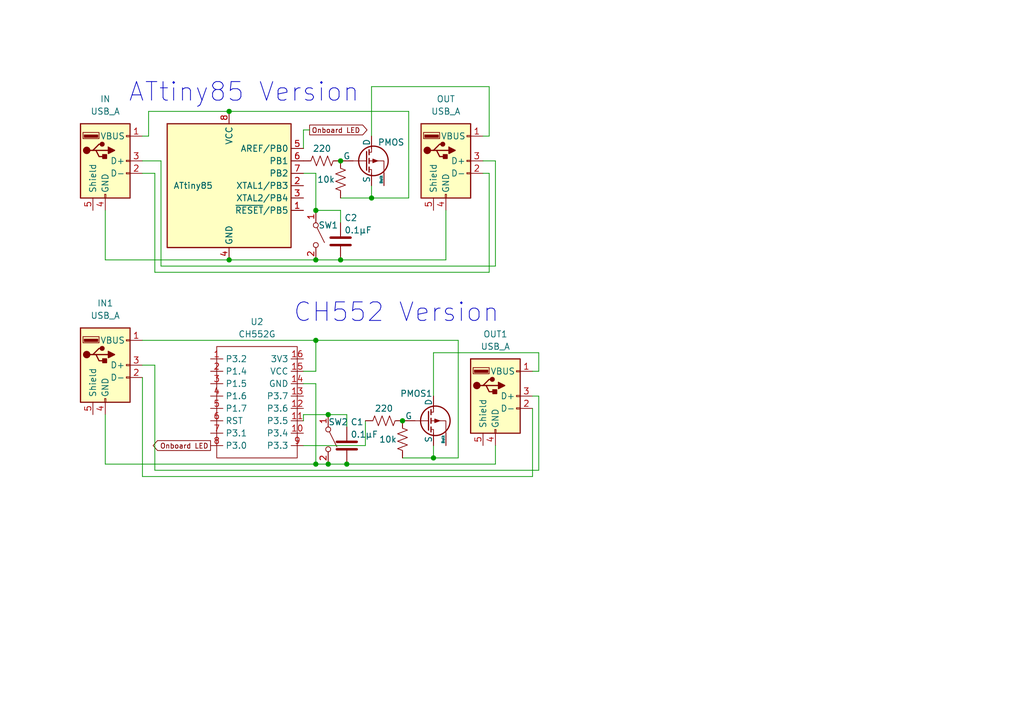
<source format=kicad_sch>
(kicad_sch
	(version 20250114)
	(generator "eeschema")
	(generator_version "9.0")
	(uuid "bd07cf4b-fdb3-4110-8a85-42ed72921929")
	(paper "A5")
	(lib_symbols
		(symbol "CH552G:CH552G"
			(exclude_from_sim no)
			(in_bom yes)
			(on_board yes)
			(property "Reference" "U2"
				(at -0.635 13.97 0)
				(effects
					(font
						(size 1.27 1.27)
					)
				)
			)
			(property "Value" "CH552G"
				(at -0.635 11.43 0)
				(effects
					(font
						(size 1.27 1.27)
					)
				)
			)
			(property "Footprint" ""
				(at -2.54 0 0)
				(effects
					(font
						(size 1.27 1.27)
					)
					(hide yes)
				)
			)
			(property "Datasheet" "https://github.com/WeActStudio/WeActStudio.CH552CoreBoard/blob/master/Datasheet/CH552DS1_en.PDF"
				(at -2.54 12.7 0)
				(effects
					(font
						(size 1.27 1.27)
					)
					(hide yes)
				)
			)
			(property "Description" ""
				(at 0 0 0)
				(effects
					(font
						(size 1.27 1.27)
					)
					(hide yes)
				)
			)
			(symbol "CH552G_0_1"
				(rectangle
					(start -8.89 8.89)
					(end 7.62 -13.97)
					(stroke
						(width 0)
						(type default)
					)
					(fill
						(type none)
					)
				)
			)
			(symbol "CH552G_1_1"
				(pin bidirectional line
					(at -10.16 6.35 0)
					(length 2.54)
					(name "P3.2"
						(effects
							(font
								(size 1.27 1.27)
							)
						)
					)
					(number "1"
						(effects
							(font
								(size 1.27 1.27)
							)
						)
					)
				)
				(pin bidirectional line
					(at -10.16 3.81 0)
					(length 2.54)
					(name "P1.4"
						(effects
							(font
								(size 1.27 1.27)
							)
						)
					)
					(number "2"
						(effects
							(font
								(size 1.27 1.27)
							)
						)
					)
				)
				(pin bidirectional line
					(at -10.16 1.27 0)
					(length 2.54)
					(name "P1.5"
						(effects
							(font
								(size 1.27 1.27)
							)
						)
					)
					(number "3"
						(effects
							(font
								(size 1.27 1.27)
							)
						)
					)
				)
				(pin bidirectional line
					(at -10.16 -1.27 0)
					(length 2.54)
					(name "P1.6"
						(effects
							(font
								(size 1.27 1.27)
							)
						)
					)
					(number "4"
						(effects
							(font
								(size 1.27 1.27)
							)
						)
					)
				)
				(pin bidirectional line
					(at -10.16 -3.81 0)
					(length 2.54)
					(name "P1.7"
						(effects
							(font
								(size 1.27 1.27)
							)
						)
					)
					(number "5"
						(effects
							(font
								(size 1.27 1.27)
							)
						)
					)
				)
				(pin bidirectional line
					(at -10.16 -6.35 0)
					(length 2.54)
					(name "RST"
						(effects
							(font
								(size 1.27 1.27)
							)
						)
					)
					(number "6"
						(effects
							(font
								(size 1.27 1.27)
							)
						)
					)
				)
				(pin bidirectional line
					(at -10.16 -8.89 0)
					(length 2.54)
					(name "P3.1"
						(effects
							(font
								(size 1.27 1.27)
							)
						)
					)
					(number "7"
						(effects
							(font
								(size 1.27 1.27)
							)
						)
					)
				)
				(pin bidirectional line
					(at -10.16 -11.43 0)
					(length 2.54)
					(name "P3.0"
						(effects
							(font
								(size 1.27 1.27)
							)
						)
					)
					(number "8"
						(effects
							(font
								(size 1.27 1.27)
							)
						)
					)
				)
				(pin bidirectional line
					(at 8.89 6.35 180)
					(length 2.54)
					(name "3V3"
						(effects
							(font
								(size 1.27 1.27)
							)
						)
					)
					(number "16"
						(effects
							(font
								(size 1.27 1.27)
							)
						)
					)
				)
				(pin bidirectional line
					(at 8.89 3.81 180)
					(length 2.54)
					(name "VCC"
						(effects
							(font
								(size 1.27 1.27)
							)
						)
					)
					(number "15"
						(effects
							(font
								(size 1.27 1.27)
							)
						)
					)
				)
				(pin bidirectional line
					(at 8.89 1.27 180)
					(length 2.54)
					(name "GND"
						(effects
							(font
								(size 1.27 1.27)
							)
						)
					)
					(number "14"
						(effects
							(font
								(size 1.27 1.27)
							)
						)
					)
				)
				(pin bidirectional line
					(at 8.89 -1.27 180)
					(length 2.54)
					(name "P3.7"
						(effects
							(font
								(size 1.27 1.27)
							)
						)
					)
					(number "13"
						(effects
							(font
								(size 1.27 1.27)
							)
						)
					)
				)
				(pin bidirectional line
					(at 8.89 -3.81 180)
					(length 2.54)
					(name "P3.6"
						(effects
							(font
								(size 1.27 1.27)
							)
						)
					)
					(number "12"
						(effects
							(font
								(size 1.27 1.27)
							)
						)
					)
				)
				(pin bidirectional line
					(at 8.89 -6.35 180)
					(length 2.54)
					(name "P3.5"
						(effects
							(font
								(size 1.27 1.27)
							)
						)
					)
					(number "11"
						(effects
							(font
								(size 1.27 1.27)
							)
						)
					)
				)
				(pin bidirectional line
					(at 8.89 -8.89 180)
					(length 2.54)
					(name "P3.4"
						(effects
							(font
								(size 1.27 1.27)
							)
						)
					)
					(number "10"
						(effects
							(font
								(size 1.27 1.27)
							)
						)
					)
				)
				(pin bidirectional line
					(at 8.89 -11.43 180)
					(length 2.54)
					(name "P3.3"
						(effects
							(font
								(size 1.27 1.27)
							)
						)
					)
					(number "9"
						(effects
							(font
								(size 1.27 1.27)
							)
						)
					)
				)
			)
			(embedded_fonts no)
		)
		(symbol "Connector:USB_A"
			(pin_names
				(offset 1.016)
			)
			(exclude_from_sim no)
			(in_bom yes)
			(on_board yes)
			(property "Reference" "J"
				(at -5.08 11.43 0)
				(effects
					(font
						(size 1.27 1.27)
					)
					(justify left)
				)
			)
			(property "Value" "USB_A"
				(at -5.08 8.89 0)
				(effects
					(font
						(size 1.27 1.27)
					)
					(justify left)
				)
			)
			(property "Footprint" ""
				(at 3.81 -1.27 0)
				(effects
					(font
						(size 1.27 1.27)
					)
					(hide yes)
				)
			)
			(property "Datasheet" "~"
				(at 3.81 -1.27 0)
				(effects
					(font
						(size 1.27 1.27)
					)
					(hide yes)
				)
			)
			(property "Description" "USB Type A connector"
				(at 0 0 0)
				(effects
					(font
						(size 1.27 1.27)
					)
					(hide yes)
				)
			)
			(property "ki_keywords" "connector USB"
				(at 0 0 0)
				(effects
					(font
						(size 1.27 1.27)
					)
					(hide yes)
				)
			)
			(property "ki_fp_filters" "USB*"
				(at 0 0 0)
				(effects
					(font
						(size 1.27 1.27)
					)
					(hide yes)
				)
			)
			(symbol "USB_A_0_1"
				(rectangle
					(start -5.08 -7.62)
					(end 5.08 7.62)
					(stroke
						(width 0.254)
						(type default)
					)
					(fill
						(type background)
					)
				)
				(circle
					(center -3.81 2.159)
					(radius 0.635)
					(stroke
						(width 0.254)
						(type default)
					)
					(fill
						(type outline)
					)
				)
				(polyline
					(pts
						(xy -3.175 2.159) (xy -2.54 2.159) (xy -1.27 3.429) (xy -0.635 3.429)
					)
					(stroke
						(width 0.254)
						(type default)
					)
					(fill
						(type none)
					)
				)
				(polyline
					(pts
						(xy -2.54 2.159) (xy -1.905 2.159) (xy -1.27 0.889) (xy 0 0.889)
					)
					(stroke
						(width 0.254)
						(type default)
					)
					(fill
						(type none)
					)
				)
				(rectangle
					(start -1.524 4.826)
					(end -4.318 5.334)
					(stroke
						(width 0)
						(type default)
					)
					(fill
						(type outline)
					)
				)
				(rectangle
					(start -1.27 4.572)
					(end -4.572 5.842)
					(stroke
						(width 0)
						(type default)
					)
					(fill
						(type none)
					)
				)
				(circle
					(center -0.635 3.429)
					(radius 0.381)
					(stroke
						(width 0.254)
						(type default)
					)
					(fill
						(type outline)
					)
				)
				(rectangle
					(start -0.127 -7.62)
					(end 0.127 -6.858)
					(stroke
						(width 0)
						(type default)
					)
					(fill
						(type none)
					)
				)
				(rectangle
					(start 0.254 1.27)
					(end -0.508 0.508)
					(stroke
						(width 0.254)
						(type default)
					)
					(fill
						(type outline)
					)
				)
				(polyline
					(pts
						(xy 0.635 2.794) (xy 0.635 1.524) (xy 1.905 2.159) (xy 0.635 2.794)
					)
					(stroke
						(width 0.254)
						(type default)
					)
					(fill
						(type outline)
					)
				)
				(rectangle
					(start 5.08 4.953)
					(end 4.318 5.207)
					(stroke
						(width 0)
						(type default)
					)
					(fill
						(type none)
					)
				)
				(rectangle
					(start 5.08 -0.127)
					(end 4.318 0.127)
					(stroke
						(width 0)
						(type default)
					)
					(fill
						(type none)
					)
				)
				(rectangle
					(start 5.08 -2.667)
					(end 4.318 -2.413)
					(stroke
						(width 0)
						(type default)
					)
					(fill
						(type none)
					)
				)
			)
			(symbol "USB_A_1_1"
				(polyline
					(pts
						(xy -1.905 2.159) (xy 0.635 2.159)
					)
					(stroke
						(width 0.254)
						(type default)
					)
					(fill
						(type none)
					)
				)
				(pin passive line
					(at -2.54 -10.16 90)
					(length 2.54)
					(name "Shield"
						(effects
							(font
								(size 1.27 1.27)
							)
						)
					)
					(number "5"
						(effects
							(font
								(size 1.27 1.27)
							)
						)
					)
				)
				(pin power_in line
					(at 0 -10.16 90)
					(length 2.54)
					(name "GND"
						(effects
							(font
								(size 1.27 1.27)
							)
						)
					)
					(number "4"
						(effects
							(font
								(size 1.27 1.27)
							)
						)
					)
				)
				(pin power_in line
					(at 7.62 5.08 180)
					(length 2.54)
					(name "VBUS"
						(effects
							(font
								(size 1.27 1.27)
							)
						)
					)
					(number "1"
						(effects
							(font
								(size 1.27 1.27)
							)
						)
					)
				)
				(pin bidirectional line
					(at 7.62 0 180)
					(length 2.54)
					(name "D+"
						(effects
							(font
								(size 1.27 1.27)
							)
						)
					)
					(number "3"
						(effects
							(font
								(size 1.27 1.27)
							)
						)
					)
				)
				(pin bidirectional line
					(at 7.62 -2.54 180)
					(length 2.54)
					(name "D-"
						(effects
							(font
								(size 1.27 1.27)
							)
						)
					)
					(number "2"
						(effects
							(font
								(size 1.27 1.27)
							)
						)
					)
				)
			)
			(embedded_fonts no)
		)
		(symbol "Device:C"
			(pin_numbers
				(hide yes)
			)
			(pin_names
				(offset 0.254)
			)
			(exclude_from_sim no)
			(in_bom yes)
			(on_board yes)
			(property "Reference" "C"
				(at 0.635 2.54 0)
				(effects
					(font
						(size 1.27 1.27)
					)
					(justify left)
				)
			)
			(property "Value" "C"
				(at 0.635 -2.54 0)
				(effects
					(font
						(size 1.27 1.27)
					)
					(justify left)
				)
			)
			(property "Footprint" ""
				(at 0.9652 -3.81 0)
				(effects
					(font
						(size 1.27 1.27)
					)
					(hide yes)
				)
			)
			(property "Datasheet" "~"
				(at 0 0 0)
				(effects
					(font
						(size 1.27 1.27)
					)
					(hide yes)
				)
			)
			(property "Description" "Unpolarized capacitor"
				(at 0 0 0)
				(effects
					(font
						(size 1.27 1.27)
					)
					(hide yes)
				)
			)
			(property "ki_keywords" "cap capacitor"
				(at 0 0 0)
				(effects
					(font
						(size 1.27 1.27)
					)
					(hide yes)
				)
			)
			(property "ki_fp_filters" "C_*"
				(at 0 0 0)
				(effects
					(font
						(size 1.27 1.27)
					)
					(hide yes)
				)
			)
			(symbol "C_0_1"
				(polyline
					(pts
						(xy -2.032 0.762) (xy 2.032 0.762)
					)
					(stroke
						(width 0.508)
						(type default)
					)
					(fill
						(type none)
					)
				)
				(polyline
					(pts
						(xy -2.032 -0.762) (xy 2.032 -0.762)
					)
					(stroke
						(width 0.508)
						(type default)
					)
					(fill
						(type none)
					)
				)
			)
			(symbol "C_1_1"
				(pin passive line
					(at 0 3.81 270)
					(length 2.794)
					(name "~"
						(effects
							(font
								(size 1.27 1.27)
							)
						)
					)
					(number "1"
						(effects
							(font
								(size 1.27 1.27)
							)
						)
					)
				)
				(pin passive line
					(at 0 -3.81 90)
					(length 2.794)
					(name "~"
						(effects
							(font
								(size 1.27 1.27)
							)
						)
					)
					(number "2"
						(effects
							(font
								(size 1.27 1.27)
							)
						)
					)
				)
			)
			(embedded_fonts no)
		)
		(symbol "Device:R_US"
			(pin_numbers
				(hide yes)
			)
			(pin_names
				(offset 0)
			)
			(exclude_from_sim no)
			(in_bom yes)
			(on_board yes)
			(property "Reference" "R"
				(at 2.54 0 90)
				(effects
					(font
						(size 1.27 1.27)
					)
				)
			)
			(property "Value" "R_US"
				(at -2.54 0 90)
				(effects
					(font
						(size 1.27 1.27)
					)
				)
			)
			(property "Footprint" ""
				(at 1.016 -0.254 90)
				(effects
					(font
						(size 1.27 1.27)
					)
					(hide yes)
				)
			)
			(property "Datasheet" "~"
				(at 0 0 0)
				(effects
					(font
						(size 1.27 1.27)
					)
					(hide yes)
				)
			)
			(property "Description" "Resistor, US symbol"
				(at 0 0 0)
				(effects
					(font
						(size 1.27 1.27)
					)
					(hide yes)
				)
			)
			(property "ki_keywords" "R res resistor"
				(at 0 0 0)
				(effects
					(font
						(size 1.27 1.27)
					)
					(hide yes)
				)
			)
			(property "ki_fp_filters" "R_*"
				(at 0 0 0)
				(effects
					(font
						(size 1.27 1.27)
					)
					(hide yes)
				)
			)
			(symbol "R_US_0_1"
				(polyline
					(pts
						(xy 0 2.286) (xy 0 2.54)
					)
					(stroke
						(width 0)
						(type default)
					)
					(fill
						(type none)
					)
				)
				(polyline
					(pts
						(xy 0 2.286) (xy 1.016 1.905) (xy 0 1.524) (xy -1.016 1.143) (xy 0 0.762)
					)
					(stroke
						(width 0)
						(type default)
					)
					(fill
						(type none)
					)
				)
				(polyline
					(pts
						(xy 0 0.762) (xy 1.016 0.381) (xy 0 0) (xy -1.016 -0.381) (xy 0 -0.762)
					)
					(stroke
						(width 0)
						(type default)
					)
					(fill
						(type none)
					)
				)
				(polyline
					(pts
						(xy 0 -0.762) (xy 1.016 -1.143) (xy 0 -1.524) (xy -1.016 -1.905) (xy 0 -2.286)
					)
					(stroke
						(width 0)
						(type default)
					)
					(fill
						(type none)
					)
				)
				(polyline
					(pts
						(xy 0 -2.286) (xy 0 -2.54)
					)
					(stroke
						(width 0)
						(type default)
					)
					(fill
						(type none)
					)
				)
			)
			(symbol "R_US_1_1"
				(pin passive line
					(at 0 3.81 270)
					(length 1.27)
					(name "~"
						(effects
							(font
								(size 1.27 1.27)
							)
						)
					)
					(number "1"
						(effects
							(font
								(size 1.27 1.27)
							)
						)
					)
				)
				(pin passive line
					(at 0 -3.81 90)
					(length 1.27)
					(name "~"
						(effects
							(font
								(size 1.27 1.27)
							)
						)
					)
					(number "2"
						(effects
							(font
								(size 1.27 1.27)
							)
						)
					)
				)
			)
			(embedded_fonts no)
		)
		(symbol "MCU_Microchip_ATtiny:ATtiny85-20S"
			(exclude_from_sim no)
			(in_bom yes)
			(on_board yes)
			(property "Reference" "U"
				(at -12.7 13.97 0)
				(effects
					(font
						(size 1.27 1.27)
					)
					(justify left bottom)
				)
			)
			(property "Value" "ATtiny85-20S"
				(at 2.54 -13.97 0)
				(effects
					(font
						(size 1.27 1.27)
					)
					(justify left top)
				)
			)
			(property "Footprint" "Package_SO:SOIC-8_5.3x5.3mm_P1.27mm"
				(at 0 0 0)
				(effects
					(font
						(size 1.27 1.27)
						(italic yes)
					)
					(hide yes)
				)
			)
			(property "Datasheet" "http://ww1.microchip.com/downloads/en/DeviceDoc/atmel-2586-avr-8-bit-microcontroller-attiny25-attiny45-attiny85_datasheet.pdf"
				(at 0 0 0)
				(effects
					(font
						(size 1.27 1.27)
					)
					(hide yes)
				)
			)
			(property "Description" "20MHz, 8kB Flash, 512B SRAM, 512B EEPROM, debugWIRE, SOIC-8"
				(at 0 0 0)
				(effects
					(font
						(size 1.27 1.27)
					)
					(hide yes)
				)
			)
			(property "ki_keywords" "AVR 8bit Microcontroller tinyAVR"
				(at 0 0 0)
				(effects
					(font
						(size 1.27 1.27)
					)
					(hide yes)
				)
			)
			(property "ki_fp_filters" "*SOIC*5.3x5.3mm*P1.27mm*"
				(at 0 0 0)
				(effects
					(font
						(size 1.27 1.27)
					)
					(hide yes)
				)
			)
			(symbol "ATtiny85-20S_0_1"
				(rectangle
					(start -12.7 -12.7)
					(end 12.7 12.7)
					(stroke
						(width 0.254)
						(type default)
					)
					(fill
						(type background)
					)
				)
			)
			(symbol "ATtiny85-20S_1_1"
				(pin power_in line
					(at 0 15.24 270)
					(length 2.54)
					(name "VCC"
						(effects
							(font
								(size 1.27 1.27)
							)
						)
					)
					(number "8"
						(effects
							(font
								(size 1.27 1.27)
							)
						)
					)
				)
				(pin power_in line
					(at 0 -15.24 90)
					(length 2.54)
					(name "GND"
						(effects
							(font
								(size 1.27 1.27)
							)
						)
					)
					(number "4"
						(effects
							(font
								(size 1.27 1.27)
							)
						)
					)
				)
				(pin bidirectional line
					(at 15.24 7.62 180)
					(length 2.54)
					(name "AREF/PB0"
						(effects
							(font
								(size 1.27 1.27)
							)
						)
					)
					(number "5"
						(effects
							(font
								(size 1.27 1.27)
							)
						)
					)
				)
				(pin bidirectional line
					(at 15.24 5.08 180)
					(length 2.54)
					(name "PB1"
						(effects
							(font
								(size 1.27 1.27)
							)
						)
					)
					(number "6"
						(effects
							(font
								(size 1.27 1.27)
							)
						)
					)
				)
				(pin bidirectional line
					(at 15.24 2.54 180)
					(length 2.54)
					(name "PB2"
						(effects
							(font
								(size 1.27 1.27)
							)
						)
					)
					(number "7"
						(effects
							(font
								(size 1.27 1.27)
							)
						)
					)
				)
				(pin bidirectional line
					(at 15.24 0 180)
					(length 2.54)
					(name "XTAL1/PB3"
						(effects
							(font
								(size 1.27 1.27)
							)
						)
					)
					(number "2"
						(effects
							(font
								(size 1.27 1.27)
							)
						)
					)
				)
				(pin bidirectional line
					(at 15.24 -2.54 180)
					(length 2.54)
					(name "XTAL2/PB4"
						(effects
							(font
								(size 1.27 1.27)
							)
						)
					)
					(number "3"
						(effects
							(font
								(size 1.27 1.27)
							)
						)
					)
				)
				(pin bidirectional line
					(at 15.24 -5.08 180)
					(length 2.54)
					(name "~{RESET}/PB5"
						(effects
							(font
								(size 1.27 1.27)
							)
						)
					)
					(number "1"
						(effects
							(font
								(size 1.27 1.27)
							)
						)
					)
				)
			)
			(embedded_fonts no)
		)
		(symbol "Simulation_SPICE:PMOS_Substrate"
			(pin_numbers
				(hide yes)
			)
			(pin_names
				(offset 0)
			)
			(exclude_from_sim no)
			(in_bom yes)
			(on_board yes)
			(property "Reference" "Q"
				(at 6.35 1.27 0)
				(effects
					(font
						(size 1.27 1.27)
					)
					(justify left)
				)
			)
			(property "Value" "PMOS_Substrate"
				(at 6.35 -1.27 0)
				(effects
					(font
						(size 1.27 1.27)
					)
					(justify left)
				)
			)
			(property "Footprint" ""
				(at 40.64 0 0)
				(effects
					(font
						(size 1.27 1.27)
					)
					(hide yes)
				)
			)
			(property "Datasheet" "https://ngspice.sourceforge.io/docs/ngspice-html-manual/manual.xhtml#cha_MOSFETs"
				(at 0 -17.78 0)
				(effects
					(font
						(size 1.27 1.27)
					)
					(hide yes)
				)
			)
			(property "Description" "P-channel MOSFET symbol with substrate (bulk) pin"
				(at 0 0 0)
				(effects
					(font
						(size 1.27 1.27)
					)
					(hide yes)
				)
			)
			(property "Sim.Device" "PMOS"
				(at 0 -13.97 0)
				(effects
					(font
						(size 1.27 1.27)
					)
					(hide yes)
				)
			)
			(property "Sim.Type" "MOS1"
				(at 0 -15.875 0)
				(effects
					(font
						(size 1.27 1.27)
					)
					(hide yes)
				)
			)
			(property "Sim.Pins" "1=D 2=G 3=S 4=B"
				(at 0 -12.065 0)
				(effects
					(font
						(size 1.27 1.27)
					)
					(hide yes)
				)
			)
			(property "ki_keywords" "mosfet pmos simulation"
				(at 0 0 0)
				(effects
					(font
						(size 1.27 1.27)
					)
					(hide yes)
				)
			)
			(symbol "PMOS_Substrate_0_1"
				(polyline
					(pts
						(xy 1.524 1.905) (xy 1.524 -1.905)
					)
					(stroke
						(width 0.254)
						(type default)
					)
					(fill
						(type none)
					)
				)
				(polyline
					(pts
						(xy 1.524 0) (xy -1.27 0)
					)
					(stroke
						(width 0)
						(type default)
					)
					(fill
						(type none)
					)
				)
				(polyline
					(pts
						(xy 2.032 2.286) (xy 2.032 1.27)
					)
					(stroke
						(width 0.254)
						(type default)
					)
					(fill
						(type none)
					)
				)
				(polyline
					(pts
						(xy 2.032 1.778) (xy 2.54 1.778) (xy 2.54 2.54)
					)
					(stroke
						(width 0)
						(type default)
					)
					(fill
						(type none)
					)
				)
				(polyline
					(pts
						(xy 2.032 0.508) (xy 2.032 -0.508)
					)
					(stroke
						(width 0.254)
						(type default)
					)
					(fill
						(type none)
					)
				)
				(polyline
					(pts
						(xy 2.032 -1.27) (xy 2.032 -2.286)
					)
					(stroke
						(width 0.254)
						(type default)
					)
					(fill
						(type none)
					)
				)
				(polyline
					(pts
						(xy 2.54 -2.54) (xy 2.54 -1.778) (xy 2.032 -1.778)
					)
					(stroke
						(width 0)
						(type default)
					)
					(fill
						(type none)
					)
				)
				(circle
					(center 2.921 0)
					(radius 3.0294)
					(stroke
						(width 0.254)
						(type default)
					)
					(fill
						(type none)
					)
				)
				(polyline
					(pts
						(xy 3.81 0) (xy 2.794 0.381) (xy 2.794 -0.381) (xy 3.81 0)
					)
					(stroke
						(width 0)
						(type default)
					)
					(fill
						(type outline)
					)
				)
				(polyline
					(pts
						(xy 5.08 -2.54) (xy 5.08 0) (xy 2.032 0)
					)
					(stroke
						(width 0)
						(type default)
					)
					(fill
						(type none)
					)
				)
			)
			(symbol "PMOS_Substrate_1_1"
				(pin input line
					(at -3.81 0 0)
					(length 2.54)
					(name "G"
						(effects
							(font
								(size 1.27 1.27)
							)
						)
					)
					(number "2"
						(effects
							(font
								(size 1.27 1.27)
							)
						)
					)
				)
				(pin passive line
					(at 2.54 5.08 270)
					(length 2.54)
					(name "D"
						(effects
							(font
								(size 1.27 1.27)
							)
						)
					)
					(number "1"
						(effects
							(font
								(size 1.27 1.27)
							)
						)
					)
				)
				(pin passive line
					(at 2.54 -5.08 90)
					(length 2.54)
					(name "S"
						(effects
							(font
								(size 1.27 1.27)
							)
						)
					)
					(number "3"
						(effects
							(font
								(size 1.27 1.27)
							)
						)
					)
				)
				(pin input line
					(at 5.08 -5.08 90)
					(length 2.54)
					(name "Bulk"
						(effects
							(font
								(size 0.508 0.508)
							)
						)
					)
					(number "4"
						(effects
							(font
								(size 1.27 1.27)
							)
						)
					)
				)
			)
			(embedded_fonts no)
		)
		(symbol "Switch:SW_SPST"
			(pin_names
				(offset 0)
				(hide yes)
			)
			(exclude_from_sim no)
			(in_bom yes)
			(on_board yes)
			(property "Reference" "SW"
				(at 0 3.175 0)
				(effects
					(font
						(size 1.27 1.27)
					)
				)
			)
			(property "Value" "SW_SPST"
				(at 0 -2.54 0)
				(effects
					(font
						(size 1.27 1.27)
					)
				)
			)
			(property "Footprint" ""
				(at 0 0 0)
				(effects
					(font
						(size 1.27 1.27)
					)
					(hide yes)
				)
			)
			(property "Datasheet" "~"
				(at 0 0 0)
				(effects
					(font
						(size 1.27 1.27)
					)
					(hide yes)
				)
			)
			(property "Description" "Single Pole Single Throw (SPST) switch"
				(at 0 0 0)
				(effects
					(font
						(size 1.27 1.27)
					)
					(hide yes)
				)
			)
			(property "ki_keywords" "switch lever"
				(at 0 0 0)
				(effects
					(font
						(size 1.27 1.27)
					)
					(hide yes)
				)
			)
			(symbol "SW_SPST_0_0"
				(circle
					(center -2.032 0)
					(radius 0.508)
					(stroke
						(width 0)
						(type default)
					)
					(fill
						(type none)
					)
				)
				(polyline
					(pts
						(xy -1.524 0.254) (xy 1.524 1.778)
					)
					(stroke
						(width 0)
						(type default)
					)
					(fill
						(type none)
					)
				)
				(circle
					(center 2.032 0)
					(radius 0.508)
					(stroke
						(width 0)
						(type default)
					)
					(fill
						(type none)
					)
				)
			)
			(symbol "SW_SPST_1_1"
				(pin passive line
					(at -5.08 0 0)
					(length 2.54)
					(name "A"
						(effects
							(font
								(size 1.27 1.27)
							)
						)
					)
					(number "1"
						(effects
							(font
								(size 1.27 1.27)
							)
						)
					)
				)
				(pin passive line
					(at 5.08 0 180)
					(length 2.54)
					(name "B"
						(effects
							(font
								(size 1.27 1.27)
							)
						)
					)
					(number "2"
						(effects
							(font
								(size 1.27 1.27)
							)
						)
					)
				)
			)
			(embedded_fonts no)
		)
	)
	(text "ATtiny85 Version"
		(exclude_from_sim no)
		(at 50.038 19.05 0)
		(effects
			(font
				(size 3.81 3.81)
			)
		)
		(uuid "1648eb43-0468-41ce-b120-74029c6a007a")
	)
	(text "CH552 Version"
		(exclude_from_sim no)
		(at 81.28 64.262 0)
		(effects
			(font
				(size 3.81 3.81)
			)
		)
		(uuid "565905c2-391d-428b-a914-b1b2f2661748")
	)
	(junction
		(at 88.9 93.98)
		(diameter 0)
		(color 0 0 0 0)
		(uuid "2e8d26c5-9b77-4b39-a5dc-fe811a1c3875")
	)
	(junction
		(at 67.31 95.25)
		(diameter 0)
		(color 0 0 0 0)
		(uuid "48cbd9e7-eee2-491a-876a-6d33f5f06589")
	)
	(junction
		(at 69.85 33.02)
		(diameter 0)
		(color 0 0 0 0)
		(uuid "5c724c8c-6642-4949-b2ee-9b90745cc908")
	)
	(junction
		(at 64.77 43.18)
		(diameter 0)
		(color 0 0 0 0)
		(uuid "632bf887-6402-4024-91cf-7f0921cdfb9f")
	)
	(junction
		(at 46.99 53.34)
		(diameter 0)
		(color 0 0 0 0)
		(uuid "6e19ac1c-394d-4207-b3be-25b28ecf78ed")
	)
	(junction
		(at 64.77 95.25)
		(diameter 0)
		(color 0 0 0 0)
		(uuid "760b12e8-d43d-4b70-9cd6-9fe5b6cdd7e4")
	)
	(junction
		(at 46.99 22.86)
		(diameter 0)
		(color 0 0 0 0)
		(uuid "7adfd838-cf23-4084-9102-c82ef4b48407")
	)
	(junction
		(at 76.2 40.64)
		(diameter 0)
		(color 0 0 0 0)
		(uuid "89ef0e2d-e979-477d-9744-49be8b82c4b4")
	)
	(junction
		(at 71.12 95.25)
		(diameter 0)
		(color 0 0 0 0)
		(uuid "ae2d6b91-50c9-44b5-8b17-5e5888092fef")
	)
	(junction
		(at 64.77 53.34)
		(diameter 0)
		(color 0 0 0 0)
		(uuid "af964447-7db1-42bc-b768-777e47b4cb13")
	)
	(junction
		(at 67.31 85.09)
		(diameter 0)
		(color 0 0 0 0)
		(uuid "c5a22ba2-2659-48dc-8689-1e7cc48defa7")
	)
	(junction
		(at 64.77 69.85)
		(diameter 0)
		(color 0 0 0 0)
		(uuid "cd3fd627-7359-42bf-b0e6-81f6225f2a94")
	)
	(junction
		(at 82.55 86.36)
		(diameter 0)
		(color 0 0 0 0)
		(uuid "ee76a707-54c9-4536-b904-e9d1c8f9ff66")
	)
	(junction
		(at 69.85 53.34)
		(diameter 0)
		(color 0 0 0 0)
		(uuid "f322333a-a27d-4005-9141-fcba3bd2c3f6")
	)
	(wire
		(pts
			(xy 100.33 55.88) (xy 100.33 35.56)
		)
		(stroke
			(width 0)
			(type default)
		)
		(uuid "016a2eaa-ec10-4a0e-9fc3-98bd11db077c")
	)
	(wire
		(pts
			(xy 30.48 22.86) (xy 46.99 22.86)
		)
		(stroke
			(width 0)
			(type default)
		)
		(uuid "0614ef54-079a-4f3b-be59-d86f260af8f6")
	)
	(wire
		(pts
			(xy 110.49 72.39) (xy 110.49 76.2)
		)
		(stroke
			(width 0)
			(type default)
		)
		(uuid "06c2756f-5e9d-4f51-9347-a7002c48ba1a")
	)
	(wire
		(pts
			(xy 71.12 85.09) (xy 67.31 85.09)
		)
		(stroke
			(width 0)
			(type default)
		)
		(uuid "06d308fe-ce0a-4b02-b2d2-b843741f6e95")
	)
	(wire
		(pts
			(xy 110.49 81.28) (xy 109.22 81.28)
		)
		(stroke
			(width 0)
			(type default)
		)
		(uuid "07ab2238-49c7-48ed-b3cb-db58452c566f")
	)
	(wire
		(pts
			(xy 88.9 93.98) (xy 93.98 93.98)
		)
		(stroke
			(width 0)
			(type default)
		)
		(uuid "0a6e8bba-37f0-4d16-8fa5-7cc4bf850a0b")
	)
	(wire
		(pts
			(xy 63.5 26.67) (xy 62.23 26.67)
		)
		(stroke
			(width 0)
			(type default)
		)
		(uuid "0cda2dbd-3d64-4e46-aff3-e2f27fea41ff")
	)
	(wire
		(pts
			(xy 71.12 87.63) (xy 71.12 85.09)
		)
		(stroke
			(width 0)
			(type default)
		)
		(uuid "0cf70dc6-9570-479e-a7ae-d549c9209ef5")
	)
	(wire
		(pts
			(xy 31.75 74.93) (xy 29.21 74.93)
		)
		(stroke
			(width 0)
			(type default)
		)
		(uuid "0f3bda61-ccda-4ced-9962-d05564b24d98")
	)
	(wire
		(pts
			(xy 31.75 35.56) (xy 29.21 35.56)
		)
		(stroke
			(width 0)
			(type default)
		)
		(uuid "0fb77c9b-56d3-463e-89b2-738351629d7c")
	)
	(wire
		(pts
			(xy 62.23 85.09) (xy 62.23 86.36)
		)
		(stroke
			(width 0)
			(type default)
		)
		(uuid "11d709cf-7ee8-44b1-a89a-1ff02c45e44d")
	)
	(wire
		(pts
			(xy 29.21 27.94) (xy 30.48 27.94)
		)
		(stroke
			(width 0)
			(type default)
		)
		(uuid "12c70617-fdfa-4f4f-ba31-78b7d9247772")
	)
	(wire
		(pts
			(xy 100.33 27.94) (xy 99.06 27.94)
		)
		(stroke
			(width 0)
			(type default)
		)
		(uuid "1d39f6f2-5350-43e8-b323-73d4f5d61a92")
	)
	(wire
		(pts
			(xy 74.93 86.36) (xy 74.93 91.44)
		)
		(stroke
			(width 0)
			(type default)
		)
		(uuid "1d6e9b24-74a0-4da6-8683-1bfbba7572b4")
	)
	(wire
		(pts
			(xy 29.21 97.79) (xy 109.22 97.79)
		)
		(stroke
			(width 0)
			(type default)
		)
		(uuid "1e6f5a68-3f75-4d4d-af08-7b7c26b09ccd")
	)
	(wire
		(pts
			(xy 33.02 54.61) (xy 101.6 54.61)
		)
		(stroke
			(width 0)
			(type default)
		)
		(uuid "1f21a4cb-005e-4be3-90ed-e7c696483f32")
	)
	(wire
		(pts
			(xy 31.75 35.56) (xy 31.75 55.88)
		)
		(stroke
			(width 0)
			(type default)
		)
		(uuid "1f4a3a1d-a319-4f3a-a1f1-85525490c8f6")
	)
	(wire
		(pts
			(xy 100.33 17.78) (xy 100.33 27.94)
		)
		(stroke
			(width 0)
			(type default)
		)
		(uuid "270bd8db-5d22-4b9d-aed7-780b5c863c80")
	)
	(wire
		(pts
			(xy 82.55 93.98) (xy 88.9 93.98)
		)
		(stroke
			(width 0)
			(type default)
		)
		(uuid "2b116545-b69c-4ba1-9d43-dd73812b7fe6")
	)
	(wire
		(pts
			(xy 64.77 78.74) (xy 64.77 95.25)
		)
		(stroke
			(width 0)
			(type default)
		)
		(uuid "2b1dbc46-452c-48de-90bf-d14368ed61fb")
	)
	(wire
		(pts
			(xy 109.22 97.79) (xy 109.22 83.82)
		)
		(stroke
			(width 0)
			(type default)
		)
		(uuid "2da3513d-4472-4e4b-ac97-57aaf3cd4072")
	)
	(wire
		(pts
			(xy 101.6 33.02) (xy 99.06 33.02)
		)
		(stroke
			(width 0)
			(type default)
		)
		(uuid "2fcc2510-4df2-49be-abe5-8338ebd65ce4")
	)
	(wire
		(pts
			(xy 62.23 91.44) (xy 74.93 91.44)
		)
		(stroke
			(width 0)
			(type default)
		)
		(uuid "35b36dec-6f8c-42dd-9066-cb7e5fe12cee")
	)
	(wire
		(pts
			(xy 91.44 43.18) (xy 91.44 53.34)
		)
		(stroke
			(width 0)
			(type default)
		)
		(uuid "36643aa4-6999-42df-b828-700369051794")
	)
	(wire
		(pts
			(xy 21.59 53.34) (xy 21.59 43.18)
		)
		(stroke
			(width 0)
			(type default)
		)
		(uuid "3aa89d86-304b-476e-abe5-d0608a42788e")
	)
	(wire
		(pts
			(xy 46.99 22.86) (xy 83.82 22.86)
		)
		(stroke
			(width 0)
			(type default)
		)
		(uuid "3bc10113-4f8c-47c2-9730-05ba62d8f7c9")
	)
	(wire
		(pts
			(xy 110.49 76.2) (xy 109.22 76.2)
		)
		(stroke
			(width 0)
			(type default)
		)
		(uuid "3ec8972c-8340-42a2-a4e6-796328846ae3")
	)
	(wire
		(pts
			(xy 21.59 85.09) (xy 21.59 95.25)
		)
		(stroke
			(width 0)
			(type default)
		)
		(uuid "3eca895a-b7f9-412e-925b-9d46851dc478")
	)
	(wire
		(pts
			(xy 62.23 76.2) (xy 64.77 76.2)
		)
		(stroke
			(width 0)
			(type default)
		)
		(uuid "44711cd6-c234-4457-8532-1b4386a08fde")
	)
	(wire
		(pts
			(xy 88.9 72.39) (xy 88.9 81.28)
		)
		(stroke
			(width 0)
			(type default)
		)
		(uuid "4c7d26d7-9f16-4867-8f4a-45eb3a2e1563")
	)
	(wire
		(pts
			(xy 33.02 33.02) (xy 33.02 54.61)
		)
		(stroke
			(width 0)
			(type default)
		)
		(uuid "4eaa5d4b-5d0b-401a-8f08-9bad2601d49f")
	)
	(wire
		(pts
			(xy 31.75 55.88) (xy 100.33 55.88)
		)
		(stroke
			(width 0)
			(type default)
		)
		(uuid "4f270732-b31d-44f7-91b5-e95f61ea6023")
	)
	(wire
		(pts
			(xy 62.23 78.74) (xy 64.77 78.74)
		)
		(stroke
			(width 0)
			(type default)
		)
		(uuid "5414bff0-ced5-4fb0-8494-c0e5a70c8679")
	)
	(wire
		(pts
			(xy 76.2 38.1) (xy 76.2 40.64)
		)
		(stroke
			(width 0)
			(type default)
		)
		(uuid "5503bb8a-3def-42b7-b671-b315cf831323")
	)
	(wire
		(pts
			(xy 29.21 33.02) (xy 33.02 33.02)
		)
		(stroke
			(width 0)
			(type default)
		)
		(uuid "582c75a0-7423-4d02-879f-27978597f5a4")
	)
	(wire
		(pts
			(xy 21.59 53.34) (xy 46.99 53.34)
		)
		(stroke
			(width 0)
			(type default)
		)
		(uuid "6607738d-575b-44c1-8c59-7c844f1fa375")
	)
	(wire
		(pts
			(xy 88.9 91.44) (xy 88.9 93.98)
		)
		(stroke
			(width 0)
			(type default)
		)
		(uuid "6ce932cb-d94f-4568-b539-01637c4dc59c")
	)
	(wire
		(pts
			(xy 100.33 35.56) (xy 99.06 35.56)
		)
		(stroke
			(width 0)
			(type default)
		)
		(uuid "716e8c58-93aa-4a09-b0ff-c0a480c82b1f")
	)
	(wire
		(pts
			(xy 88.9 72.39) (xy 110.49 72.39)
		)
		(stroke
			(width 0)
			(type default)
		)
		(uuid "7280311a-aae4-4274-b5cf-9931ae98353d")
	)
	(wire
		(pts
			(xy 76.2 40.64) (xy 83.82 40.64)
		)
		(stroke
			(width 0)
			(type default)
		)
		(uuid "72fb2e25-e648-4f88-adc1-ac13d86720d6")
	)
	(wire
		(pts
			(xy 69.85 45.72) (xy 69.85 43.18)
		)
		(stroke
			(width 0)
			(type default)
		)
		(uuid "77b458c9-fc2d-412e-9b20-2a2acbc421cd")
	)
	(wire
		(pts
			(xy 31.75 96.52) (xy 110.49 96.52)
		)
		(stroke
			(width 0)
			(type default)
		)
		(uuid "7ac94266-c834-4189-b820-e00965f4d2ac")
	)
	(wire
		(pts
			(xy 64.77 69.85) (xy 93.98 69.85)
		)
		(stroke
			(width 0)
			(type default)
		)
		(uuid "7bb68c89-3228-40a9-88ff-d605f83037df")
	)
	(wire
		(pts
			(xy 83.82 40.64) (xy 83.82 22.86)
		)
		(stroke
			(width 0)
			(type default)
		)
		(uuid "8033cfce-0f46-497d-9df7-27f596f022b6")
	)
	(wire
		(pts
			(xy 67.31 95.25) (xy 71.12 95.25)
		)
		(stroke
			(width 0)
			(type default)
		)
		(uuid "80862136-febb-4329-abc9-a6786d5be035")
	)
	(wire
		(pts
			(xy 64.77 43.18) (xy 69.85 43.18)
		)
		(stroke
			(width 0)
			(type default)
		)
		(uuid "93039c2f-a73f-48ed-8ca1-8fb0e4475bab")
	)
	(wire
		(pts
			(xy 46.99 53.34) (xy 64.77 53.34)
		)
		(stroke
			(width 0)
			(type default)
		)
		(uuid "9ca1dad1-d406-4ee3-a18f-b8f90da146bb")
	)
	(wire
		(pts
			(xy 76.2 17.78) (xy 100.33 17.78)
		)
		(stroke
			(width 0)
			(type default)
		)
		(uuid "a1573cc2-1d76-42b3-8e28-df635cc6d34e")
	)
	(wire
		(pts
			(xy 101.6 91.44) (xy 101.6 95.25)
		)
		(stroke
			(width 0)
			(type default)
		)
		(uuid "a4390a43-dcf1-4273-aed4-04f6064547d4")
	)
	(wire
		(pts
			(xy 64.77 53.34) (xy 69.85 53.34)
		)
		(stroke
			(width 0)
			(type default)
		)
		(uuid "ae3b2988-d57a-45dd-9b66-5b3c4fc95441")
	)
	(wire
		(pts
			(xy 64.77 95.25) (xy 67.31 95.25)
		)
		(stroke
			(width 0)
			(type default)
		)
		(uuid "b259bbff-c752-423f-bebf-6a9571e8d0bf")
	)
	(wire
		(pts
			(xy 29.21 77.47) (xy 29.21 97.79)
		)
		(stroke
			(width 0)
			(type default)
		)
		(uuid "b4a4f1ef-5308-4ff7-8eee-1c4ba2d5324d")
	)
	(wire
		(pts
			(xy 62.23 85.09) (xy 67.31 85.09)
		)
		(stroke
			(width 0)
			(type default)
		)
		(uuid "b90ca0b4-6696-4084-b139-41950575ca5c")
	)
	(wire
		(pts
			(xy 69.85 40.64) (xy 76.2 40.64)
		)
		(stroke
			(width 0)
			(type default)
		)
		(uuid "b9a2ead4-a5d0-4f75-b752-d12c16a4afe2")
	)
	(wire
		(pts
			(xy 69.85 53.34) (xy 91.44 53.34)
		)
		(stroke
			(width 0)
			(type default)
		)
		(uuid "ba5197bd-0c99-4e2f-9ec6-59360e76532c")
	)
	(wire
		(pts
			(xy 101.6 54.61) (xy 101.6 33.02)
		)
		(stroke
			(width 0)
			(type default)
		)
		(uuid "bd6d5de3-5dfb-4018-8850-35f3f049418e")
	)
	(wire
		(pts
			(xy 29.21 69.85) (xy 64.77 69.85)
		)
		(stroke
			(width 0)
			(type default)
		)
		(uuid "bdb5b57e-12d1-4b63-94cb-dc1b99865b61")
	)
	(wire
		(pts
			(xy 110.49 96.52) (xy 110.49 81.28)
		)
		(stroke
			(width 0)
			(type default)
		)
		(uuid "be44d854-2a55-485e-9b7d-386bd2b0111d")
	)
	(wire
		(pts
			(xy 21.59 95.25) (xy 64.77 95.25)
		)
		(stroke
			(width 0)
			(type default)
		)
		(uuid "c09a272f-2adb-4cbf-9696-8183114bbfc8")
	)
	(wire
		(pts
			(xy 62.23 35.56) (xy 64.77 35.56)
		)
		(stroke
			(width 0)
			(type default)
		)
		(uuid "ca133acb-31e6-4d25-b343-b8bb5c74d27a")
	)
	(wire
		(pts
			(xy 64.77 35.56) (xy 64.77 43.18)
		)
		(stroke
			(width 0)
			(type default)
		)
		(uuid "d2e48ae3-d701-4a82-8588-a42c3965fef4")
	)
	(wire
		(pts
			(xy 30.48 27.94) (xy 30.48 22.86)
		)
		(stroke
			(width 0)
			(type default)
		)
		(uuid "d30c76ec-6aee-4d37-9260-163dbd04fd16")
	)
	(wire
		(pts
			(xy 31.75 74.93) (xy 31.75 96.52)
		)
		(stroke
			(width 0)
			(type default)
		)
		(uuid "d37959bb-0581-411d-9485-35f51d00b4dd")
	)
	(wire
		(pts
			(xy 76.2 17.78) (xy 76.2 27.94)
		)
		(stroke
			(width 0)
			(type default)
		)
		(uuid "d5833b9b-0b34-4570-ad2d-18f8460980d1")
	)
	(wire
		(pts
			(xy 62.23 26.67) (xy 62.23 30.48)
		)
		(stroke
			(width 0)
			(type default)
		)
		(uuid "d5ef620f-db5f-4b71-a407-bde8b5fc99b1")
	)
	(wire
		(pts
			(xy 93.98 93.98) (xy 93.98 69.85)
		)
		(stroke
			(width 0)
			(type default)
		)
		(uuid "edc9e518-e8c6-4341-8804-13b313b47fa1")
	)
	(wire
		(pts
			(xy 71.12 95.25) (xy 101.6 95.25)
		)
		(stroke
			(width 0)
			(type default)
		)
		(uuid "f64df439-a7e4-4d1b-8c80-f06934f4736f")
	)
	(wire
		(pts
			(xy 64.77 76.2) (xy 64.77 69.85)
		)
		(stroke
			(width 0)
			(type default)
		)
		(uuid "f6f7900d-d9aa-4408-a2ae-370970f1f995")
	)
	(global_label "Onboard LED"
		(shape output)
		(at 63.5 26.67 0)
		(fields_autoplaced yes)
		(effects
			(font
				(size 1.016 1.016)
			)
			(justify left)
		)
		(uuid "38d5440c-a746-4648-9074-933a6a1e2d40")
		(property "Intersheetrefs" "${INTERSHEET_REFS}"
			(at 75.7091 26.67 0)
			(effects
				(font
					(size 1.27 1.27)
				)
				(justify left)
				(hide yes)
			)
		)
	)
	(global_label "Onboard LED"
		(shape output)
		(at 43.18 91.44 180)
		(fields_autoplaced yes)
		(effects
			(font
				(size 1.016 1.016)
			)
			(justify right)
		)
		(uuid "aaa8b355-bc19-461c-bc18-ea972bd748eb")
		(property "Intersheetrefs" "${INTERSHEET_REFS}"
			(at 30.9709 91.44 0)
			(effects
				(font
					(size 1.27 1.27)
				)
				(justify right)
				(hide yes)
			)
		)
	)
	(symbol
		(lib_id "MCU_Microchip_ATtiny:ATtiny85-20S")
		(at 46.99 38.1 0)
		(unit 1)
		(exclude_from_sim no)
		(in_bom yes)
		(on_board yes)
		(dnp no)
		(uuid "0990df74-f188-497e-a5ba-d906f505910b")
		(property "Reference" "U1"
			(at 33.02 36.8299 0)
			(effects
				(font
					(size 1.27 1.27)
				)
				(justify right)
				(hide yes)
			)
		)
		(property "Value" "ATtiny85"
			(at 43.688 38.1 0)
			(effects
				(font
					(size 1.27 1.27)
				)
				(justify right)
			)
		)
		(property "Footprint" "Package_SO:SOIC-8_5.3x5.3mm_P1.27mm"
			(at 46.99 38.1 0)
			(effects
				(font
					(size 1.27 1.27)
					(italic yes)
				)
				(hide yes)
			)
		)
		(property "Datasheet" "http://ww1.microchip.com/downloads/en/DeviceDoc/atmel-2586-avr-8-bit-microcontroller-attiny25-attiny45-attiny85_datasheet.pdf"
			(at 46.99 38.1 0)
			(effects
				(font
					(size 1.27 1.27)
				)
				(hide yes)
			)
		)
		(property "Description" "20MHz, 8kB Flash, 512B SRAM, 512B EEPROM, debugWIRE, SOIC-8"
			(at 46.99 38.1 0)
			(effects
				(font
					(size 1.27 1.27)
				)
				(hide yes)
			)
		)
		(pin "4"
			(uuid "64a55b8e-5ce5-4b4c-88bf-25949977fc0a")
		)
		(pin "8"
			(uuid "2126739f-9853-4d36-8284-46050bffdcee")
		)
		(pin "6"
			(uuid "e5ecbb01-7c05-4408-a29f-7da6c0c833e3")
		)
		(pin "3"
			(uuid "91f9adb5-2938-4d0f-b3e6-16ed65f81272")
		)
		(pin "1"
			(uuid "7a6cff56-4fb2-4d60-bec2-cc669c443eaa")
		)
		(pin "5"
			(uuid "f4969d22-57b1-4ecf-a2f3-c60e259d3806")
		)
		(pin "2"
			(uuid "777dbda7-cd9d-4a3d-9a43-d34e7c4d61ee")
		)
		(pin "7"
			(uuid "9d98b9e3-1f88-4b12-999c-0ba96cbab41f")
		)
		(instances
			(project ""
				(path "/bd07cf4b-fdb3-4110-8a85-42ed72921929"
					(reference "U1")
					(unit 1)
				)
			)
		)
	)
	(symbol
		(lib_id "Device:R_US")
		(at 66.04 33.02 90)
		(unit 1)
		(exclude_from_sim no)
		(in_bom yes)
		(on_board yes)
		(dnp no)
		(uuid "14eeee7a-5881-4694-a5bc-8a11a61f8cbc")
		(property "Reference" "R1"
			(at 66.04 26.67 90)
			(effects
				(font
					(size 1.27 1.27)
				)
				(hide yes)
			)
		)
		(property "Value" "220"
			(at 66.04 30.48 90)
			(effects
				(font
					(size 1.27 1.27)
				)
			)
		)
		(property "Footprint" ""
			(at 66.294 32.004 90)
			(effects
				(font
					(size 1.27 1.27)
				)
				(hide yes)
			)
		)
		(property "Datasheet" "~"
			(at 66.04 33.02 0)
			(effects
				(font
					(size 1.27 1.27)
				)
				(hide yes)
			)
		)
		(property "Description" "Resistor, US symbol"
			(at 66.04 33.02 0)
			(effects
				(font
					(size 1.27 1.27)
				)
				(hide yes)
			)
		)
		(pin "2"
			(uuid "bcebb721-276a-454b-b2ad-88d54308b1f6")
		)
		(pin "1"
			(uuid "dc6b81c2-5886-4a38-b996-25b2b3f077d5")
		)
		(instances
			(project ""
				(path "/bd07cf4b-fdb3-4110-8a85-42ed72921929"
					(reference "R1")
					(unit 1)
				)
			)
		)
	)
	(symbol
		(lib_id "Switch:SW_SPST")
		(at 67.31 90.17 270)
		(unit 1)
		(exclude_from_sim no)
		(in_bom yes)
		(on_board yes)
		(dnp no)
		(uuid "1d5e3101-ee54-4ff2-abd5-5a866c030d88")
		(property "Reference" "SW2"
			(at 67.31 86.614 90)
			(effects
				(font
					(size 1.27 1.27)
				)
				(justify left)
			)
		)
		(property "Value" "SW_SPST"
			(at 69.85 91.4399 90)
			(effects
				(font
					(size 1.27 1.27)
				)
				(justify left)
				(hide yes)
			)
		)
		(property "Footprint" ""
			(at 67.31 90.17 0)
			(effects
				(font
					(size 1.27 1.27)
				)
				(hide yes)
			)
		)
		(property "Datasheet" "~"
			(at 67.31 90.17 0)
			(effects
				(font
					(size 1.27 1.27)
				)
				(hide yes)
			)
		)
		(property "Description" "Single Pole Single Throw (SPST) switch"
			(at 67.31 90.17 0)
			(effects
				(font
					(size 1.27 1.27)
				)
				(hide yes)
			)
		)
		(pin "2"
			(uuid "38e2be5a-10a6-41e9-8c18-96440e3e9615")
		)
		(pin "1"
			(uuid "9f9220d7-f044-4170-a787-da00d531d6b0")
		)
		(instances
			(project "Schematic"
				(path "/bd07cf4b-fdb3-4110-8a85-42ed72921929"
					(reference "SW2")
					(unit 1)
				)
			)
		)
	)
	(symbol
		(lib_id "Connector:USB_A")
		(at 21.59 74.93 0)
		(unit 1)
		(exclude_from_sim no)
		(in_bom yes)
		(on_board yes)
		(dnp no)
		(fields_autoplaced yes)
		(uuid "2f0a1007-41d2-40a8-89df-8ff571c394e7")
		(property "Reference" "IN1"
			(at 21.59 62.23 0)
			(effects
				(font
					(size 1.27 1.27)
				)
			)
		)
		(property "Value" "USB_A"
			(at 21.59 64.77 0)
			(effects
				(font
					(size 1.27 1.27)
				)
			)
		)
		(property "Footprint" ""
			(at 25.4 76.2 0)
			(effects
				(font
					(size 1.27 1.27)
				)
				(hide yes)
			)
		)
		(property "Datasheet" "~"
			(at 25.4 76.2 0)
			(effects
				(font
					(size 1.27 1.27)
				)
				(hide yes)
			)
		)
		(property "Description" "USB Type A connector"
			(at 21.59 74.93 0)
			(effects
				(font
					(size 1.27 1.27)
				)
				(hide yes)
			)
		)
		(pin "4"
			(uuid "a69e5a5f-05ae-4a68-bc1f-2e9a91ea0a20")
		)
		(pin "2"
			(uuid "4837a67c-933a-4f99-8888-b931e704c55d")
		)
		(pin "1"
			(uuid "9e7d1329-6f1b-41a9-a696-efc7f4f1a5b6")
		)
		(pin "3"
			(uuid "6791b3ea-65ec-45d1-a520-c1b0022010b1")
		)
		(pin "5"
			(uuid "31fdbaef-f72b-455a-b268-15ea803bdd30")
		)
		(instances
			(project "Schematic"
				(path "/bd07cf4b-fdb3-4110-8a85-42ed72921929"
					(reference "IN1")
					(unit 1)
				)
			)
		)
	)
	(symbol
		(lib_id "Device:R_US")
		(at 82.55 90.17 0)
		(unit 1)
		(exclude_from_sim no)
		(in_bom yes)
		(on_board yes)
		(dnp no)
		(uuid "33baa163-4f93-4c3c-8da6-7dd33a7be273")
		(property "Reference" "R4"
			(at 85.09 88.8999 0)
			(effects
				(font
					(size 1.27 1.27)
				)
				(justify left)
				(hide yes)
			)
		)
		(property "Value" "10k"
			(at 77.724 90.17 0)
			(effects
				(font
					(size 1.27 1.27)
				)
				(justify left)
			)
		)
		(property "Footprint" ""
			(at 83.566 90.424 90)
			(effects
				(font
					(size 1.27 1.27)
				)
				(hide yes)
			)
		)
		(property "Datasheet" "~"
			(at 82.55 90.17 0)
			(effects
				(font
					(size 1.27 1.27)
				)
				(hide yes)
			)
		)
		(property "Description" "Resistor, US symbol"
			(at 82.55 90.17 0)
			(effects
				(font
					(size 1.27 1.27)
				)
				(hide yes)
			)
		)
		(pin "2"
			(uuid "fa235713-6dbf-4cf8-a1c4-3042fad63795")
		)
		(pin "1"
			(uuid "cca380ce-1341-42aa-af0f-c6b9f33b1473")
		)
		(instances
			(project "Schematic"
				(path "/bd07cf4b-fdb3-4110-8a85-42ed72921929"
					(reference "R4")
					(unit 1)
				)
			)
		)
	)
	(symbol
		(lib_id "CH552G:CH552G")
		(at 53.34 80.01 0)
		(unit 1)
		(exclude_from_sim no)
		(in_bom yes)
		(on_board yes)
		(dnp no)
		(uuid "35d1c021-f9f7-4e38-9f6f-cf5ddce9c975")
		(property "Reference" "U2"
			(at 52.705 66.04 0)
			(effects
				(font
					(size 1.27 1.27)
				)
			)
		)
		(property "Value" "CH552G"
			(at 52.705 68.58 0)
			(effects
				(font
					(size 1.27 1.27)
				)
			)
		)
		(property "Footprint" ""
			(at 50.8 80.01 0)
			(effects
				(font
					(size 1.27 1.27)
				)
				(hide yes)
			)
		)
		(property "Datasheet" "https://github.com/WeActStudio/WeActStudio.CH552CoreBoard/blob/master/Datasheet/CH552DS1_en.PDF"
			(at 50.8 67.31 0)
			(effects
				(font
					(size 1.27 1.27)
				)
				(hide yes)
			)
		)
		(property "Description" ""
			(at 53.34 80.01 0)
			(effects
				(font
					(size 1.27 1.27)
				)
				(hide yes)
			)
		)
		(pin "5"
			(uuid "169d63a7-ba65-4a49-b6e9-d2b44c9d4c73")
		)
		(pin "6"
			(uuid "03be71b5-8004-4e3e-80ce-69eb19f61af4")
		)
		(pin "2"
			(uuid "079e3c55-779f-43b0-8c42-a635ad48c377")
		)
		(pin "7"
			(uuid "1fe854a0-6dfd-485e-a5e1-ef3dd326f2ea")
		)
		(pin "1"
			(uuid "27e37b70-dfba-4f20-9ad6-87b08250ba69")
		)
		(pin "16"
			(uuid "19f8f728-c215-4b49-bcab-18f99a29ca5d")
		)
		(pin "12"
			(uuid "9ebab116-082e-406d-ae7e-9e6d844d7930")
		)
		(pin "15"
			(uuid "682c8e7d-c840-49d7-b981-6429489b8b55")
		)
		(pin "9"
			(uuid "307e7b26-de99-464f-8d48-d263c10b202b")
		)
		(pin "4"
			(uuid "b033aceb-14f4-4db9-8a48-3b0131b9ad6b")
		)
		(pin "14"
			(uuid "4e79a47f-663b-4e2d-be7a-d101f7f06707")
		)
		(pin "11"
			(uuid "18aed184-554f-40a0-8dea-c3a3c3d88961")
		)
		(pin "10"
			(uuid "cd51a10e-875d-48cf-8ed7-a643bcecb37b")
		)
		(pin "3"
			(uuid "9409e986-58ca-4835-b86c-57ce8a25ca9e")
		)
		(pin "8"
			(uuid "04b20af2-7214-4f19-b07a-e60483690562")
		)
		(pin "13"
			(uuid "9e666310-0707-4219-a713-1bfcdc632ff5")
		)
		(instances
			(project ""
				(path "/bd07cf4b-fdb3-4110-8a85-42ed72921929"
					(reference "U2")
					(unit 1)
				)
			)
		)
	)
	(symbol
		(lib_id "Connector:USB_A")
		(at 21.59 33.02 0)
		(unit 1)
		(exclude_from_sim no)
		(in_bom yes)
		(on_board yes)
		(dnp no)
		(fields_autoplaced yes)
		(uuid "46367995-6523-4f04-8296-86b72816f2ee")
		(property "Reference" "IN"
			(at 21.59 20.32 0)
			(effects
				(font
					(size 1.27 1.27)
				)
			)
		)
		(property "Value" "USB_A"
			(at 21.59 22.86 0)
			(effects
				(font
					(size 1.27 1.27)
				)
			)
		)
		(property "Footprint" ""
			(at 25.4 34.29 0)
			(effects
				(font
					(size 1.27 1.27)
				)
				(hide yes)
			)
		)
		(property "Datasheet" "~"
			(at 25.4 34.29 0)
			(effects
				(font
					(size 1.27 1.27)
				)
				(hide yes)
			)
		)
		(property "Description" "USB Type A connector"
			(at 21.59 33.02 0)
			(effects
				(font
					(size 1.27 1.27)
				)
				(hide yes)
			)
		)
		(pin "4"
			(uuid "2ff71d78-d992-4eca-8376-a0813efddc76")
		)
		(pin "2"
			(uuid "2919bc37-e553-4aeb-9db4-faa45013b7ef")
		)
		(pin "1"
			(uuid "058ee057-e685-4812-9a23-71eb6026ce17")
		)
		(pin "3"
			(uuid "72c289b4-7377-45a1-8d11-0e1019f8cdd0")
		)
		(pin "5"
			(uuid "2b2c1869-6f8e-405f-9576-a8323a45567a")
		)
		(instances
			(project ""
				(path "/bd07cf4b-fdb3-4110-8a85-42ed72921929"
					(reference "IN")
					(unit 1)
				)
			)
		)
	)
	(symbol
		(lib_id "Connector:USB_A")
		(at 91.44 33.02 0)
		(unit 1)
		(exclude_from_sim no)
		(in_bom yes)
		(on_board yes)
		(dnp no)
		(fields_autoplaced yes)
		(uuid "7c96cb34-5ecb-4b21-9a85-7465132249fa")
		(property "Reference" "OUT"
			(at 91.44 20.32 0)
			(effects
				(font
					(size 1.27 1.27)
				)
			)
		)
		(property "Value" "USB_A"
			(at 91.44 22.86 0)
			(effects
				(font
					(size 1.27 1.27)
				)
			)
		)
		(property "Footprint" ""
			(at 95.25 34.29 0)
			(effects
				(font
					(size 1.27 1.27)
				)
				(hide yes)
			)
		)
		(property "Datasheet" "~"
			(at 95.25 34.29 0)
			(effects
				(font
					(size 1.27 1.27)
				)
				(hide yes)
			)
		)
		(property "Description" "USB Type A connector"
			(at 91.44 33.02 0)
			(effects
				(font
					(size 1.27 1.27)
				)
				(hide yes)
			)
		)
		(pin "4"
			(uuid "df6bde89-19d8-418f-9feb-54e0039fc5b1")
		)
		(pin "2"
			(uuid "7cc43fbb-1710-4e29-8554-6f58ef1001ce")
		)
		(pin "1"
			(uuid "4787aec3-53e0-44d1-8bcd-9ff03646a7e1")
		)
		(pin "3"
			(uuid "374f02cf-1394-47ac-9859-1d1489289e65")
		)
		(pin "5"
			(uuid "62fbd7f9-04ee-40db-8704-55743b71dc50")
		)
		(instances
			(project ""
				(path "/bd07cf4b-fdb3-4110-8a85-42ed72921929"
					(reference "OUT")
					(unit 1)
				)
			)
		)
	)
	(symbol
		(lib_id "Connector:USB_A")
		(at 101.6 81.28 0)
		(unit 1)
		(exclude_from_sim no)
		(in_bom yes)
		(on_board yes)
		(dnp no)
		(fields_autoplaced yes)
		(uuid "7e19e980-b019-48a8-9aec-77b3e5bdab74")
		(property "Reference" "OUT1"
			(at 101.6 68.58 0)
			(effects
				(font
					(size 1.27 1.27)
				)
			)
		)
		(property "Value" "USB_A"
			(at 101.6 71.12 0)
			(effects
				(font
					(size 1.27 1.27)
				)
			)
		)
		(property "Footprint" ""
			(at 105.41 82.55 0)
			(effects
				(font
					(size 1.27 1.27)
				)
				(hide yes)
			)
		)
		(property "Datasheet" "~"
			(at 105.41 82.55 0)
			(effects
				(font
					(size 1.27 1.27)
				)
				(hide yes)
			)
		)
		(property "Description" "USB Type A connector"
			(at 101.6 81.28 0)
			(effects
				(font
					(size 1.27 1.27)
				)
				(hide yes)
			)
		)
		(pin "4"
			(uuid "c23db591-e5c0-4a78-82ef-11e9c6af37b4")
		)
		(pin "2"
			(uuid "60411663-e2a2-4c54-bd51-0fa88b7ebdde")
		)
		(pin "1"
			(uuid "bd4f27a3-f6dc-4fb5-80b8-b7eb50496395")
		)
		(pin "3"
			(uuid "dee66ef1-86ef-405c-9967-fcc3b2f481b6")
		)
		(pin "5"
			(uuid "763df1c2-9c3c-4fef-aa59-e3854af963e1")
		)
		(instances
			(project "Schematic"
				(path "/bd07cf4b-fdb3-4110-8a85-42ed72921929"
					(reference "OUT1")
					(unit 1)
				)
			)
		)
	)
	(symbol
		(lib_id "Device:R_US")
		(at 69.85 36.83 0)
		(unit 1)
		(exclude_from_sim no)
		(in_bom yes)
		(on_board yes)
		(dnp no)
		(uuid "9befc10f-e33f-4592-9c9d-505f8068397c")
		(property "Reference" "R2"
			(at 72.39 35.5599 0)
			(effects
				(font
					(size 1.27 1.27)
				)
				(justify left)
				(hide yes)
			)
		)
		(property "Value" "10k"
			(at 65.024 36.83 0)
			(effects
				(font
					(size 1.27 1.27)
				)
				(justify left)
			)
		)
		(property "Footprint" ""
			(at 70.866 37.084 90)
			(effects
				(font
					(size 1.27 1.27)
				)
				(hide yes)
			)
		)
		(property "Datasheet" "~"
			(at 69.85 36.83 0)
			(effects
				(font
					(size 1.27 1.27)
				)
				(hide yes)
			)
		)
		(property "Description" "Resistor, US symbol"
			(at 69.85 36.83 0)
			(effects
				(font
					(size 1.27 1.27)
				)
				(hide yes)
			)
		)
		(pin "2"
			(uuid "62cc4c0a-c1b9-4b97-bb48-af9150588744")
		)
		(pin "1"
			(uuid "48f10cd3-b4ae-48ce-9920-e76fc223bba7")
		)
		(instances
			(project ""
				(path "/bd07cf4b-fdb3-4110-8a85-42ed72921929"
					(reference "R2")
					(unit 1)
				)
			)
		)
	)
	(symbol
		(lib_id "Device:C")
		(at 71.12 91.44 0)
		(unit 1)
		(exclude_from_sim no)
		(in_bom yes)
		(on_board yes)
		(dnp no)
		(uuid "aa0553b5-676a-497c-a688-67c409a2a612")
		(property "Reference" "C1"
			(at 71.882 86.614 0)
			(effects
				(font
					(size 1.27 1.27)
				)
				(justify left)
			)
		)
		(property "Value" "0.1μF"
			(at 71.882 89.154 0)
			(effects
				(font
					(size 1.27 1.27)
				)
				(justify left)
			)
		)
		(property "Footprint" ""
			(at 72.0852 95.25 0)
			(effects
				(font
					(size 1.27 1.27)
				)
				(hide yes)
			)
		)
		(property "Datasheet" "~"
			(at 71.12 91.44 0)
			(effects
				(font
					(size 1.27 1.27)
				)
				(hide yes)
			)
		)
		(property "Description" "Unpolarized capacitor"
			(at 71.12 91.44 0)
			(effects
				(font
					(size 1.27 1.27)
				)
				(hide yes)
			)
		)
		(pin "1"
			(uuid "b1b8c6b6-623b-46d2-89d6-212d32e8de5d")
		)
		(pin "2"
			(uuid "7b2ae820-90b9-4304-adae-a39299aeba65")
		)
		(instances
			(project ""
				(path "/bd07cf4b-fdb3-4110-8a85-42ed72921929"
					(reference "C1")
					(unit 1)
				)
			)
		)
	)
	(symbol
		(lib_id "Simulation_SPICE:PMOS_Substrate")
		(at 86.36 86.36 0)
		(unit 1)
		(exclude_from_sim no)
		(in_bom yes)
		(on_board yes)
		(dnp no)
		(uuid "c49f22f4-22b7-4810-8b8c-2d0beea19131")
		(property "Reference" "PMOS1"
			(at 82.042 80.772 0)
			(effects
				(font
					(size 1.27 1.27)
				)
				(justify left)
			)
		)
		(property "Value" "PMOS_Substrate"
			(at 93.98 87.6299 0)
			(effects
				(font
					(size 1.27 1.27)
				)
				(justify left)
				(hide yes)
			)
		)
		(property "Footprint" ""
			(at 127 86.36 0)
			(effects
				(font
					(size 1.27 1.27)
				)
				(hide yes)
			)
		)
		(property "Datasheet" "https://ngspice.sourceforge.io/docs/ngspice-html-manual/manual.xhtml#cha_MOSFETs"
			(at 86.36 104.14 0)
			(effects
				(font
					(size 1.27 1.27)
				)
				(hide yes)
			)
		)
		(property "Description" "P-channel MOSFET symbol with substrate (bulk) pin"
			(at 86.36 86.36 0)
			(effects
				(font
					(size 1.27 1.27)
				)
				(hide yes)
			)
		)
		(property "Sim.Device" "PMOS"
			(at 86.36 100.33 0)
			(effects
				(font
					(size 1.27 1.27)
				)
				(hide yes)
			)
		)
		(property "Sim.Type" "MOS1"
			(at 86.36 102.235 0)
			(effects
				(font
					(size 1.27 1.27)
				)
				(hide yes)
			)
		)
		(property "Sim.Pins" "1=D 2=G 3=S 4=B"
			(at 86.36 98.425 0)
			(effects
				(font
					(size 1.27 1.27)
				)
				(hide yes)
			)
		)
		(pin "2"
			(uuid "d43f7626-5d14-4639-8f36-3f8f49fbe68a")
		)
		(pin "1"
			(uuid "dcd2cb1f-d4f6-49cd-a598-244cf1283384")
		)
		(pin "4"
			(uuid "a781a152-10eb-477c-b359-1a4f765c397d")
		)
		(pin "3"
			(uuid "ef170c9e-bb94-48aa-8de4-2b613a2f5be8")
		)
		(instances
			(project "Schematic"
				(path "/bd07cf4b-fdb3-4110-8a85-42ed72921929"
					(reference "PMOS1")
					(unit 1)
				)
			)
		)
	)
	(symbol
		(lib_id "Device:R_US")
		(at 78.74 86.36 90)
		(unit 1)
		(exclude_from_sim no)
		(in_bom yes)
		(on_board yes)
		(dnp no)
		(uuid "cc2281ce-b988-441c-8d30-cb42e1a618a0")
		(property "Reference" "R3"
			(at 78.74 80.01 90)
			(effects
				(font
					(size 1.27 1.27)
				)
				(hide yes)
			)
		)
		(property "Value" "220"
			(at 78.74 83.82 90)
			(effects
				(font
					(size 1.27 1.27)
				)
			)
		)
		(property "Footprint" ""
			(at 78.994 85.344 90)
			(effects
				(font
					(size 1.27 1.27)
				)
				(hide yes)
			)
		)
		(property "Datasheet" "~"
			(at 78.74 86.36 0)
			(effects
				(font
					(size 1.27 1.27)
				)
				(hide yes)
			)
		)
		(property "Description" "Resistor, US symbol"
			(at 78.74 86.36 0)
			(effects
				(font
					(size 1.27 1.27)
				)
				(hide yes)
			)
		)
		(pin "2"
			(uuid "e7449c52-46a3-4fb0-8146-2191631a7e2a")
		)
		(pin "1"
			(uuid "147697df-c68f-48a5-ac30-d425de54826b")
		)
		(instances
			(project "Schematic"
				(path "/bd07cf4b-fdb3-4110-8a85-42ed72921929"
					(reference "R3")
					(unit 1)
				)
			)
		)
	)
	(symbol
		(lib_id "Device:C")
		(at 69.85 49.53 0)
		(unit 1)
		(exclude_from_sim no)
		(in_bom yes)
		(on_board yes)
		(dnp no)
		(uuid "d20ddacf-7e3a-4a1e-ac9c-66e6da848117")
		(property "Reference" "C2"
			(at 70.612 44.704 0)
			(effects
				(font
					(size 1.27 1.27)
				)
				(justify left)
			)
		)
		(property "Value" "0.1μF"
			(at 70.612 47.244 0)
			(effects
				(font
					(size 1.27 1.27)
				)
				(justify left)
			)
		)
		(property "Footprint" ""
			(at 70.8152 53.34 0)
			(effects
				(font
					(size 1.27 1.27)
				)
				(hide yes)
			)
		)
		(property "Datasheet" "~"
			(at 69.85 49.53 0)
			(effects
				(font
					(size 1.27 1.27)
				)
				(hide yes)
			)
		)
		(property "Description" "Unpolarized capacitor"
			(at 69.85 49.53 0)
			(effects
				(font
					(size 1.27 1.27)
				)
				(hide yes)
			)
		)
		(pin "1"
			(uuid "54c952b6-db93-4bfe-838e-3b0fb9aa5c45")
		)
		(pin "2"
			(uuid "209b8341-4e29-4621-8d2e-8446ec95d324")
		)
		(instances
			(project "Schematic"
				(path "/bd07cf4b-fdb3-4110-8a85-42ed72921929"
					(reference "C2")
					(unit 1)
				)
			)
		)
	)
	(symbol
		(lib_id "Simulation_SPICE:PMOS_Substrate")
		(at 73.66 33.02 0)
		(unit 1)
		(exclude_from_sim no)
		(in_bom yes)
		(on_board yes)
		(dnp no)
		(uuid "d30891fb-6221-4f76-bf11-758d8f4076ea")
		(property "Reference" "PMOS"
			(at 77.47 29.21 0)
			(effects
				(font
					(size 1.27 1.27)
				)
				(justify left)
			)
		)
		(property "Value" "PMOS_Substrate"
			(at 81.28 34.2899 0)
			(effects
				(font
					(size 1.27 1.27)
				)
				(justify left)
				(hide yes)
			)
		)
		(property "Footprint" ""
			(at 114.3 33.02 0)
			(effects
				(font
					(size 1.27 1.27)
				)
				(hide yes)
			)
		)
		(property "Datasheet" "https://ngspice.sourceforge.io/docs/ngspice-html-manual/manual.xhtml#cha_MOSFETs"
			(at 73.66 50.8 0)
			(effects
				(font
					(size 1.27 1.27)
				)
				(hide yes)
			)
		)
		(property "Description" "P-channel MOSFET symbol with substrate (bulk) pin"
			(at 73.66 33.02 0)
			(effects
				(font
					(size 1.27 1.27)
				)
				(hide yes)
			)
		)
		(property "Sim.Device" "PMOS"
			(at 73.66 46.99 0)
			(effects
				(font
					(size 1.27 1.27)
				)
				(hide yes)
			)
		)
		(property "Sim.Type" "MOS1"
			(at 73.66 48.895 0)
			(effects
				(font
					(size 1.27 1.27)
				)
				(hide yes)
			)
		)
		(property "Sim.Pins" "1=D 2=G 3=S 4=B"
			(at 73.66 45.085 0)
			(effects
				(font
					(size 1.27 1.27)
				)
				(hide yes)
			)
		)
		(pin "2"
			(uuid "6ad86c47-97b1-4d20-b33f-0e3070a1972e")
		)
		(pin "1"
			(uuid "3b629c84-5dc6-4291-bbba-df585eeaa3b4")
		)
		(pin "4"
			(uuid "53edb00e-e39e-4680-ab76-f892d44846c4")
		)
		(pin "3"
			(uuid "023453f1-a791-4322-94ee-431fcc49f2db")
		)
		(instances
			(project ""
				(path "/bd07cf4b-fdb3-4110-8a85-42ed72921929"
					(reference "PMOS")
					(unit 1)
				)
			)
		)
	)
	(symbol
		(lib_id "Switch:SW_SPST")
		(at 64.77 48.26 270)
		(unit 1)
		(exclude_from_sim no)
		(in_bom yes)
		(on_board yes)
		(dnp no)
		(uuid "e8f35d44-c18c-459f-9711-6f7aa7a01707")
		(property "Reference" "SW1"
			(at 65.278 46.228 90)
			(effects
				(font
					(size 1.27 1.27)
				)
				(justify left)
			)
		)
		(property "Value" "SW_SPST"
			(at 67.31 49.5299 90)
			(effects
				(font
					(size 1.27 1.27)
				)
				(justify left)
				(hide yes)
			)
		)
		(property "Footprint" ""
			(at 64.77 48.26 0)
			(effects
				(font
					(size 1.27 1.27)
				)
				(hide yes)
			)
		)
		(property "Datasheet" "~"
			(at 64.77 48.26 0)
			(effects
				(font
					(size 1.27 1.27)
				)
				(hide yes)
			)
		)
		(property "Description" "Single Pole Single Throw (SPST) switch"
			(at 64.77 48.26 0)
			(effects
				(font
					(size 1.27 1.27)
				)
				(hide yes)
			)
		)
		(pin "2"
			(uuid "749c5e7d-d534-4b3f-9417-1b1abfe7b594")
		)
		(pin "1"
			(uuid "668a822f-7e59-43f3-af62-038fa134acbb")
		)
		(instances
			(project ""
				(path "/bd07cf4b-fdb3-4110-8a85-42ed72921929"
					(reference "SW1")
					(unit 1)
				)
			)
		)
	)
	(sheet_instances
		(path "/"
			(page "1")
		)
	)
	(embedded_fonts no)
)

</source>
